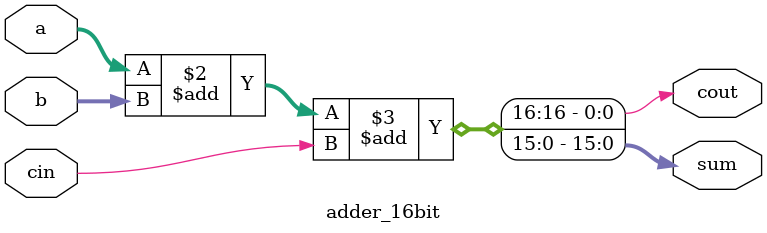
<source format=v>
`timescale 1ns / 1ps


module adder_16bit(a,b,cin,sum,cout);
input [15:0]a,b; 
input cin;
output reg cout;
output reg[15:0]sum;
always@(a or b or cin)
{cout,sum}=a+b+cin;
//assign {cout,sum}=a+b+cin;
endmodule

</source>
